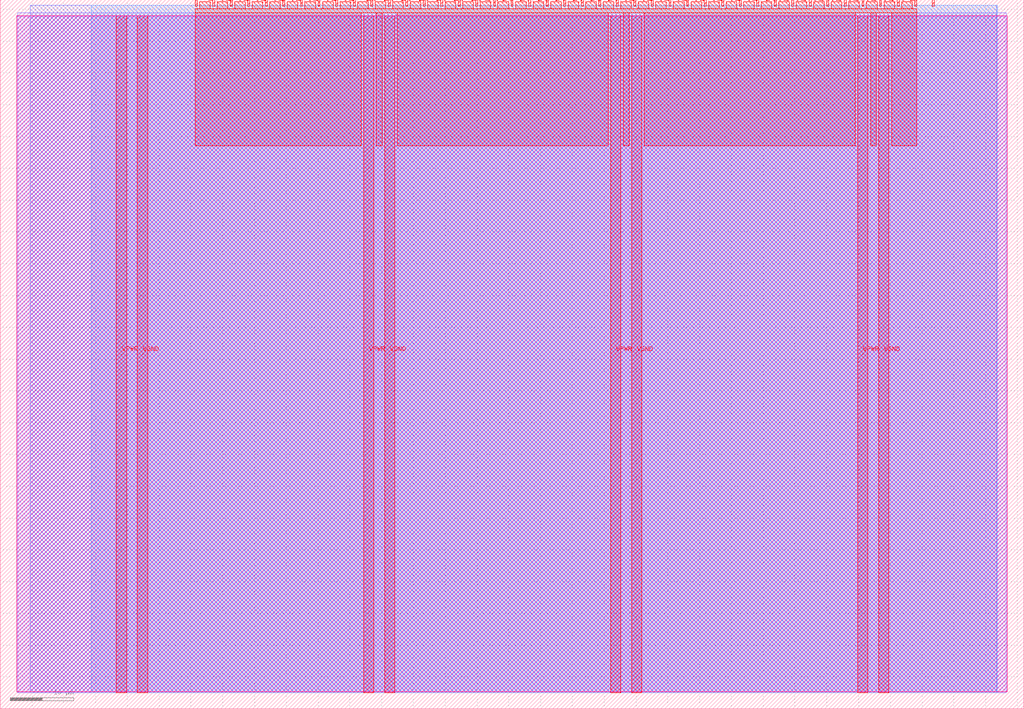
<source format=lef>
VERSION 5.7 ;
  NOWIREEXTENSIONATPIN ON ;
  DIVIDERCHAR "/" ;
  BUSBITCHARS "[]" ;
MACRO tt_um_tc503_countdown_timer
  CLASS BLOCK ;
  FOREIGN tt_um_tc503_countdown_timer ;
  ORIGIN 0.000 0.000 ;
  SIZE 161.000 BY 111.520 ;
  PIN VGND
    DIRECTION INOUT ;
    USE GROUND ;
    PORT
      LAYER met4 ;
        RECT 21.580 2.480 23.180 109.040 ;
    END
    PORT
      LAYER met4 ;
        RECT 60.450 2.480 62.050 109.040 ;
    END
    PORT
      LAYER met4 ;
        RECT 99.320 2.480 100.920 109.040 ;
    END
    PORT
      LAYER met4 ;
        RECT 138.190 2.480 139.790 109.040 ;
    END
  END VGND
  PIN VPWR
    DIRECTION INOUT ;
    USE POWER ;
    PORT
      LAYER met4 ;
        RECT 18.280 2.480 19.880 109.040 ;
    END
    PORT
      LAYER met4 ;
        RECT 57.150 2.480 58.750 109.040 ;
    END
    PORT
      LAYER met4 ;
        RECT 96.020 2.480 97.620 109.040 ;
    END
    PORT
      LAYER met4 ;
        RECT 134.890 2.480 136.490 109.040 ;
    END
  END VPWR
  PIN clk
    DIRECTION INPUT ;
    USE SIGNAL ;
    ANTENNAGATEAREA 0.852000 ;
    PORT
      LAYER met4 ;
        RECT 143.830 110.520 144.130 111.520 ;
    END
  END clk
  PIN ena
    DIRECTION INPUT ;
    USE SIGNAL ;
    PORT
      LAYER met4 ;
        RECT 146.590 110.520 146.890 111.520 ;
    END
  END ena
  PIN rst_n
    DIRECTION INPUT ;
    USE SIGNAL ;
    ANTENNAGATEAREA 0.126000 ;
    PORT
      LAYER met4 ;
        RECT 141.070 110.520 141.370 111.520 ;
    END
  END rst_n
  PIN ui_in[0]
    DIRECTION INPUT ;
    USE SIGNAL ;
    ANTENNAGATEAREA 0.196500 ;
    PORT
      LAYER met4 ;
        RECT 138.310 110.520 138.610 111.520 ;
    END
  END ui_in[0]
  PIN ui_in[1]
    DIRECTION INPUT ;
    USE SIGNAL ;
    ANTENNAGATEAREA 0.196500 ;
    PORT
      LAYER met4 ;
        RECT 135.550 110.520 135.850 111.520 ;
    END
  END ui_in[1]
  PIN ui_in[2]
    DIRECTION INPUT ;
    USE SIGNAL ;
    ANTENNAGATEAREA 0.196500 ;
    PORT
      LAYER met4 ;
        RECT 132.790 110.520 133.090 111.520 ;
    END
  END ui_in[2]
  PIN ui_in[3]
    DIRECTION INPUT ;
    USE SIGNAL ;
    ANTENNAGATEAREA 0.196500 ;
    PORT
      LAYER met4 ;
        RECT 130.030 110.520 130.330 111.520 ;
    END
  END ui_in[3]
  PIN ui_in[4]
    DIRECTION INPUT ;
    USE SIGNAL ;
    ANTENNAGATEAREA 0.196500 ;
    PORT
      LAYER met4 ;
        RECT 127.270 110.520 127.570 111.520 ;
    END
  END ui_in[4]
  PIN ui_in[5]
    DIRECTION INPUT ;
    USE SIGNAL ;
    ANTENNAGATEAREA 0.196500 ;
    PORT
      LAYER met4 ;
        RECT 124.510 110.520 124.810 111.520 ;
    END
  END ui_in[5]
  PIN ui_in[6]
    DIRECTION INPUT ;
    USE SIGNAL ;
    PORT
      LAYER met4 ;
        RECT 121.750 110.520 122.050 111.520 ;
    END
  END ui_in[6]
  PIN ui_in[7]
    DIRECTION INPUT ;
    USE SIGNAL ;
    ANTENNAGATEAREA 0.196500 ;
    PORT
      LAYER met4 ;
        RECT 118.990 110.520 119.290 111.520 ;
    END
  END ui_in[7]
  PIN uio_in[0]
    DIRECTION INPUT ;
    USE SIGNAL ;
    PORT
      LAYER met4 ;
        RECT 116.230 110.520 116.530 111.520 ;
    END
  END uio_in[0]
  PIN uio_in[1]
    DIRECTION INPUT ;
    USE SIGNAL ;
    PORT
      LAYER met4 ;
        RECT 113.470 110.520 113.770 111.520 ;
    END
  END uio_in[1]
  PIN uio_in[2]
    DIRECTION INPUT ;
    USE SIGNAL ;
    PORT
      LAYER met4 ;
        RECT 110.710 110.520 111.010 111.520 ;
    END
  END uio_in[2]
  PIN uio_in[3]
    DIRECTION INPUT ;
    USE SIGNAL ;
    PORT
      LAYER met4 ;
        RECT 107.950 110.520 108.250 111.520 ;
    END
  END uio_in[3]
  PIN uio_in[4]
    DIRECTION INPUT ;
    USE SIGNAL ;
    PORT
      LAYER met4 ;
        RECT 105.190 110.520 105.490 111.520 ;
    END
  END uio_in[4]
  PIN uio_in[5]
    DIRECTION INPUT ;
    USE SIGNAL ;
    PORT
      LAYER met4 ;
        RECT 102.430 110.520 102.730 111.520 ;
    END
  END uio_in[5]
  PIN uio_in[6]
    DIRECTION INPUT ;
    USE SIGNAL ;
    PORT
      LAYER met4 ;
        RECT 99.670 110.520 99.970 111.520 ;
    END
  END uio_in[6]
  PIN uio_in[7]
    DIRECTION INPUT ;
    USE SIGNAL ;
    PORT
      LAYER met4 ;
        RECT 96.910 110.520 97.210 111.520 ;
    END
  END uio_in[7]
  PIN uio_oe[0]
    DIRECTION OUTPUT ;
    USE SIGNAL ;
    PORT
      LAYER met4 ;
        RECT 49.990 110.520 50.290 111.520 ;
    END
  END uio_oe[0]
  PIN uio_oe[1]
    DIRECTION OUTPUT ;
    USE SIGNAL ;
    PORT
      LAYER met4 ;
        RECT 47.230 110.520 47.530 111.520 ;
    END
  END uio_oe[1]
  PIN uio_oe[2]
    DIRECTION OUTPUT ;
    USE SIGNAL ;
    PORT
      LAYER met4 ;
        RECT 44.470 110.520 44.770 111.520 ;
    END
  END uio_oe[2]
  PIN uio_oe[3]
    DIRECTION OUTPUT ;
    USE SIGNAL ;
    PORT
      LAYER met4 ;
        RECT 41.710 110.520 42.010 111.520 ;
    END
  END uio_oe[3]
  PIN uio_oe[4]
    DIRECTION OUTPUT ;
    USE SIGNAL ;
    PORT
      LAYER met4 ;
        RECT 38.950 110.520 39.250 111.520 ;
    END
  END uio_oe[4]
  PIN uio_oe[5]
    DIRECTION OUTPUT ;
    USE SIGNAL ;
    PORT
      LAYER met4 ;
        RECT 36.190 110.520 36.490 111.520 ;
    END
  END uio_oe[5]
  PIN uio_oe[6]
    DIRECTION OUTPUT ;
    USE SIGNAL ;
    PORT
      LAYER met4 ;
        RECT 33.430 110.520 33.730 111.520 ;
    END
  END uio_oe[6]
  PIN uio_oe[7]
    DIRECTION OUTPUT ;
    USE SIGNAL ;
    PORT
      LAYER met4 ;
        RECT 30.670 110.520 30.970 111.520 ;
    END
  END uio_oe[7]
  PIN uio_out[0]
    DIRECTION OUTPUT ;
    USE SIGNAL ;
    ANTENNADIFFAREA 0.445500 ;
    PORT
      LAYER met4 ;
        RECT 72.070 110.520 72.370 111.520 ;
    END
  END uio_out[0]
  PIN uio_out[1]
    DIRECTION OUTPUT ;
    USE SIGNAL ;
    ANTENNADIFFAREA 0.445500 ;
    PORT
      LAYER met4 ;
        RECT 69.310 110.520 69.610 111.520 ;
    END
  END uio_out[1]
  PIN uio_out[2]
    DIRECTION OUTPUT ;
    USE SIGNAL ;
    ANTENNADIFFAREA 0.445500 ;
    PORT
      LAYER met4 ;
        RECT 66.550 110.520 66.850 111.520 ;
    END
  END uio_out[2]
  PIN uio_out[3]
    DIRECTION OUTPUT ;
    USE SIGNAL ;
    PORT
      LAYER met4 ;
        RECT 63.790 110.520 64.090 111.520 ;
    END
  END uio_out[3]
  PIN uio_out[4]
    DIRECTION OUTPUT ;
    USE SIGNAL ;
    PORT
      LAYER met4 ;
        RECT 61.030 110.520 61.330 111.520 ;
    END
  END uio_out[4]
  PIN uio_out[5]
    DIRECTION OUTPUT ;
    USE SIGNAL ;
    PORT
      LAYER met4 ;
        RECT 58.270 110.520 58.570 111.520 ;
    END
  END uio_out[5]
  PIN uio_out[6]
    DIRECTION OUTPUT ;
    USE SIGNAL ;
    PORT
      LAYER met4 ;
        RECT 55.510 110.520 55.810 111.520 ;
    END
  END uio_out[6]
  PIN uio_out[7]
    DIRECTION OUTPUT ;
    USE SIGNAL ;
    PORT
      LAYER met4 ;
        RECT 52.750 110.520 53.050 111.520 ;
    END
  END uio_out[7]
  PIN uo_out[0]
    DIRECTION OUTPUT ;
    USE SIGNAL ;
    ANTENNADIFFAREA 0.453750 ;
    PORT
      LAYER met4 ;
        RECT 94.150 110.520 94.450 111.520 ;
    END
  END uo_out[0]
  PIN uo_out[1]
    DIRECTION OUTPUT ;
    USE SIGNAL ;
    ANTENNADIFFAREA 0.891000 ;
    PORT
      LAYER met4 ;
        RECT 91.390 110.520 91.690 111.520 ;
    END
  END uo_out[1]
  PIN uo_out[2]
    DIRECTION OUTPUT ;
    USE SIGNAL ;
    ANTENNADIFFAREA 1.431000 ;
    PORT
      LAYER met4 ;
        RECT 88.630 110.520 88.930 111.520 ;
    END
  END uo_out[2]
  PIN uo_out[3]
    DIRECTION OUTPUT ;
    USE SIGNAL ;
    ANTENNADIFFAREA 0.445500 ;
    PORT
      LAYER met4 ;
        RECT 85.870 110.520 86.170 111.520 ;
    END
  END uo_out[3]
  PIN uo_out[4]
    DIRECTION OUTPUT ;
    USE SIGNAL ;
    ANTENNADIFFAREA 1.242000 ;
    PORT
      LAYER met4 ;
        RECT 83.110 110.520 83.410 111.520 ;
    END
  END uo_out[4]
  PIN uo_out[5]
    DIRECTION OUTPUT ;
    USE SIGNAL ;
    ANTENNADIFFAREA 0.891000 ;
    PORT
      LAYER met4 ;
        RECT 80.350 110.520 80.650 111.520 ;
    END
  END uo_out[5]
  PIN uo_out[6]
    DIRECTION OUTPUT ;
    USE SIGNAL ;
    ANTENNADIFFAREA 0.891000 ;
    PORT
      LAYER met4 ;
        RECT 77.590 110.520 77.890 111.520 ;
    END
  END uo_out[6]
  PIN uo_out[7]
    DIRECTION OUTPUT ;
    USE SIGNAL ;
    ANTENNADIFFAREA 0.445500 ;
    PORT
      LAYER met4 ;
        RECT 74.830 110.520 75.130 111.520 ;
    END
  END uo_out[7]
  OBS
      LAYER nwell ;
        RECT 2.570 2.635 158.430 108.990 ;
      LAYER li1 ;
        RECT 2.760 2.635 158.240 108.885 ;
      LAYER met1 ;
        RECT 2.760 2.480 158.240 109.440 ;
      LAYER met2 ;
        RECT 4.700 2.535 156.770 110.685 ;
      LAYER met3 ;
        RECT 14.325 2.555 156.795 110.665 ;
      LAYER met4 ;
        RECT 31.370 110.120 33.030 111.170 ;
        RECT 34.130 110.120 35.790 111.170 ;
        RECT 36.890 110.120 38.550 111.170 ;
        RECT 39.650 110.120 41.310 111.170 ;
        RECT 42.410 110.120 44.070 111.170 ;
        RECT 45.170 110.120 46.830 111.170 ;
        RECT 47.930 110.120 49.590 111.170 ;
        RECT 50.690 110.120 52.350 111.170 ;
        RECT 53.450 110.120 55.110 111.170 ;
        RECT 56.210 110.120 57.870 111.170 ;
        RECT 58.970 110.120 60.630 111.170 ;
        RECT 61.730 110.120 63.390 111.170 ;
        RECT 64.490 110.120 66.150 111.170 ;
        RECT 67.250 110.120 68.910 111.170 ;
        RECT 70.010 110.120 71.670 111.170 ;
        RECT 72.770 110.120 74.430 111.170 ;
        RECT 75.530 110.120 77.190 111.170 ;
        RECT 78.290 110.120 79.950 111.170 ;
        RECT 81.050 110.120 82.710 111.170 ;
        RECT 83.810 110.120 85.470 111.170 ;
        RECT 86.570 110.120 88.230 111.170 ;
        RECT 89.330 110.120 90.990 111.170 ;
        RECT 92.090 110.120 93.750 111.170 ;
        RECT 94.850 110.120 96.510 111.170 ;
        RECT 97.610 110.120 99.270 111.170 ;
        RECT 100.370 110.120 102.030 111.170 ;
        RECT 103.130 110.120 104.790 111.170 ;
        RECT 105.890 110.120 107.550 111.170 ;
        RECT 108.650 110.120 110.310 111.170 ;
        RECT 111.410 110.120 113.070 111.170 ;
        RECT 114.170 110.120 115.830 111.170 ;
        RECT 116.930 110.120 118.590 111.170 ;
        RECT 119.690 110.120 121.350 111.170 ;
        RECT 122.450 110.120 124.110 111.170 ;
        RECT 125.210 110.120 126.870 111.170 ;
        RECT 127.970 110.120 129.630 111.170 ;
        RECT 130.730 110.120 132.390 111.170 ;
        RECT 133.490 110.120 135.150 111.170 ;
        RECT 136.250 110.120 137.910 111.170 ;
        RECT 139.010 110.120 140.670 111.170 ;
        RECT 141.770 110.120 143.430 111.170 ;
        RECT 30.655 109.440 144.145 110.120 ;
        RECT 30.655 88.575 56.750 109.440 ;
        RECT 59.150 88.575 60.050 109.440 ;
        RECT 62.450 88.575 95.620 109.440 ;
        RECT 98.020 88.575 98.920 109.440 ;
        RECT 101.320 88.575 134.490 109.440 ;
        RECT 136.890 88.575 137.790 109.440 ;
        RECT 140.190 88.575 144.145 109.440 ;
  END
END tt_um_tc503_countdown_timer
END LIBRARY


</source>
